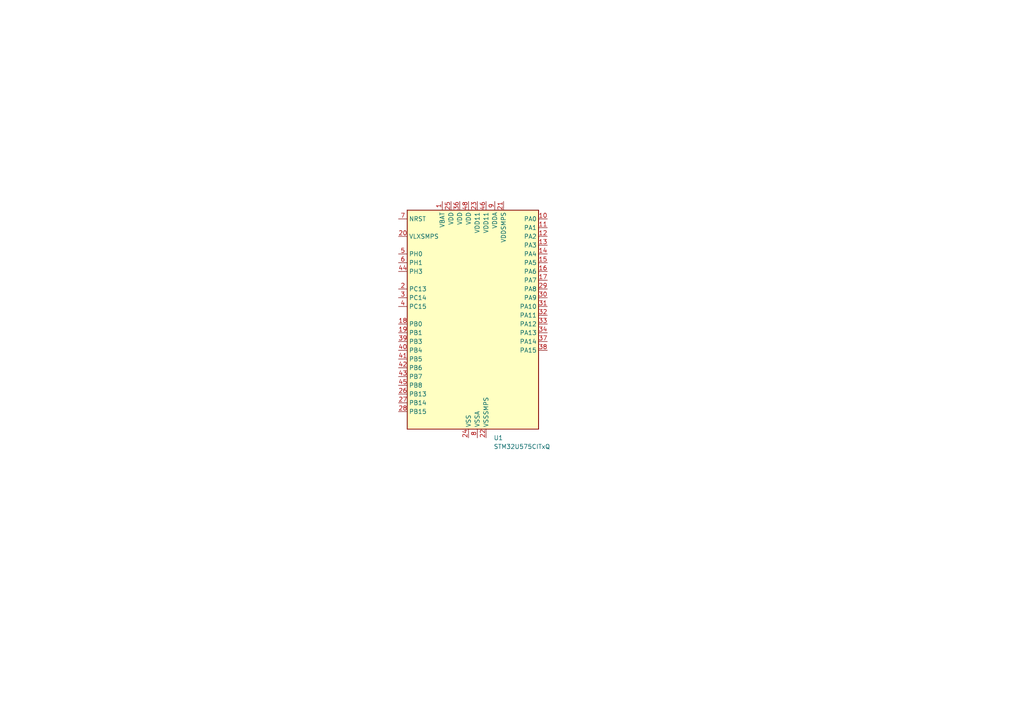
<source format=kicad_sch>
(kicad_sch (version 20231120) (generator "eeschema") (generator_version "8.0")
  (paper "A4")
  (lib_symbols
    (symbol "MCU_ST_STM32U5:STM32U575CITxQ"
      (property "Reference" "U" (at -17.78 34.29 0))
      (property "Value" "STM32U575CITxQ" (at 12.7 34.29 0))
      (symbol "STM32U575CITxQ_0_1"
        (rectangle (start -17.78 -30.48) (end 20.32 33.02) (stroke (width 0.254)) (fill (type background)))
      )
      (symbol "STM32U575CITxQ_1_1"
        (pin power_in line (at -7.62 35.56 270) (length 2.54) (name "VBAT") (number "1"))
        (pin bidirectional line (at 22.86 30.48 180) (length 2.54) (name "PA0") (number "10"))
        (pin bidirectional line (at 22.86 27.94 180) (length 2.54) (name "PA1") (number "11"))
        (pin bidirectional line (at 22.86 25.4 180) (length 2.54) (name "PA2") (number "12"))
        (pin bidirectional line (at 22.86 22.86 180) (length 2.54) (name "PA3") (number "13"))
        (pin bidirectional line (at 22.86 20.32 180) (length 2.54) (name "PA4") (number "14"))
        (pin bidirectional line (at 22.86 17.78 180) (length 2.54) (name "PA5") (number "15"))
        (pin bidirectional line (at 22.86 15.24 180) (length 2.54) (name "PA6") (number "16"))
        (pin bidirectional line (at 22.86 12.7 180) (length 2.54) (name "PA7") (number "17"))
        (pin bidirectional line (at -20.32 0 0) (length 2.54) (name "PB0") (number "18"))
        (pin bidirectional line (at -20.32 -2.54 0) (length 2.54) (name "PB1") (number "19"))
        (pin bidirectional line (at -20.32 10.16 0) (length 2.54) (name "PC13") (number "2"))
        (pin power_in line (at -20.32 25.4 0) (length 2.54) (name "VLXSMPS") (number "20"))
        (pin power_in line (at 10.16 35.56 270) (length 2.54) (name "VDDSMPS") (number "21"))
        (pin power_in line (at 5.08 -33.02 90) (length 2.54) (name "VSSSMPS") (number "22"))
        (pin power_in line (at 2.54 35.56 270) (length 2.54) (name "VDD11") (number "23"))
        (pin power_in line (at 0 -33.02 90) (length 2.54) (name "VSS") (number "24"))
        (pin power_in line (at -5.08 35.56 270) (length 2.54) (name "VDD") (number "25"))
        (pin bidirectional line (at -20.32 -20.32 0) (length 2.54) (name "PB13") (number "26"))
        (pin bidirectional line (at -20.32 -22.86 0) (length 2.54) (name "PB14") (number "27"))
        (pin bidirectional line (at -20.32 -25.4 0) (length 2.54) (name "PB15") (number "28"))
        (pin bidirectional line (at 22.86 10.16 180) (length 2.54) (name "PA8") (number "29"))
        (pin bidirectional line (at -20.32 7.62 0) (length 2.54) (name "PC14") (number "3"))
        (pin bidirectional line (at 22.86 7.62 180) (length 2.54) (name "PA9") (number "30"))
        (pin bidirectional line (at 22.86 5.08 180) (length 2.54) (name "PA10") (number "31"))
        (pin bidirectional line (at 22.86 2.54 180) (length 2.54) (name "PA11") (number "32"))
        (pin bidirectional line (at 22.86 0 180) (length 2.54) (name "PA12") (number "33"))
        (pin bidirectional line (at 22.86 -2.54 180) (length 2.54) (name "PA13") (number "34"))
        (pin passive line (at 0 -33.02 90) (length 2.54) hide (name "VSS") (number "35"))
        (pin power_in line (at -2.54 35.56 270) (length 2.54) (name "VDD") (number "36"))
        (pin bidirectional line (at 22.86 -5.08 180) (length 2.54) (name "PA14") (number "37"))
        (pin bidirectional line (at 22.86 -7.62 180) (length 2.54) (name "PA15") (number "38"))
        (pin bidirectional line (at -20.32 -5.08 0) (length 2.54) (name "PB3") (number "39"))
        (pin bidirectional line (at -20.32 5.08 0) (length 2.54) (name "PC15") (number "4"))
        (pin bidirectional line (at -20.32 -7.62 0) (length 2.54) (name "PB4") (number "40"))
        (pin bidirectional line (at -20.32 -10.16 0) (length 2.54) (name "PB5") (number "41"))
        (pin bidirectional line (at -20.32 -12.7 0) (length 2.54) (name "PB6") (number "42"))
        (pin bidirectional line (at -20.32 -15.24 0) (length 2.54) (name "PB7") (number "43"))
        (pin bidirectional line (at -20.32 15.24 0) (length 2.54) (name "PH3") (number "44"))
        (pin bidirectional line (at -20.32 -17.78 0) (length 2.54) (name "PB8") (number "45"))
        (pin power_in line (at 5.08 35.56 270) (length 2.54) (name "VDD11") (number "46"))
        (pin passive line (at 0 -33.02 90) (length 2.54) hide (name "VSS") (number "47"))
        (pin power_in line (at 0 35.56 270) (length 2.54) (name "VDD") (number "48"))
        (pin bidirectional line (at -20.32 20.32 0) (length 2.54) (name "PH0") (number "5"))
        (pin bidirectional line (at -20.32 17.78 0) (length 2.54) (name "PH1") (number "6"))
        (pin input line (at -20.32 30.48 0) (length 2.54) (name "NRST") (number "7"))
        (pin power_in line (at 2.54 -33.02 90) (length 2.54) (name "VSSA") (number "8"))
        (pin power_in line (at 7.62 35.56 270) (length 2.54) (name "VDDA") (number "9"))
      )
    )
  )
  (symbol (lib_id "MCU_ST_STM32U5:STM32U575CITxQ") (at 135.89 93.98 0) (unit 1)
    (property "Reference" "U1" (at 143.1641 127 0) (effects (justify left)))
    (property "Value" "STM32U575CITxQ" (at 143.1641 129.54 0) (effects (justify left)))
    (property "Footprint" "Package_QFP:LQFP-48_7x7mm_P0.5mm" (effects (hide yes)))
    (property "Datasheet" "https://www.st.com/resource/en/datasheet/stm32u575ci.pdf" (effects (hide yes)))
    (property "Description" "STMicroelectronics Arm Cortex-M33 MCU, 2048KB flash, 786KB RAM, 160 MHz, 1.71-3.6V, 33 GPIO, LQFP48" (effects (hide yes)))
  )
)
</source>
